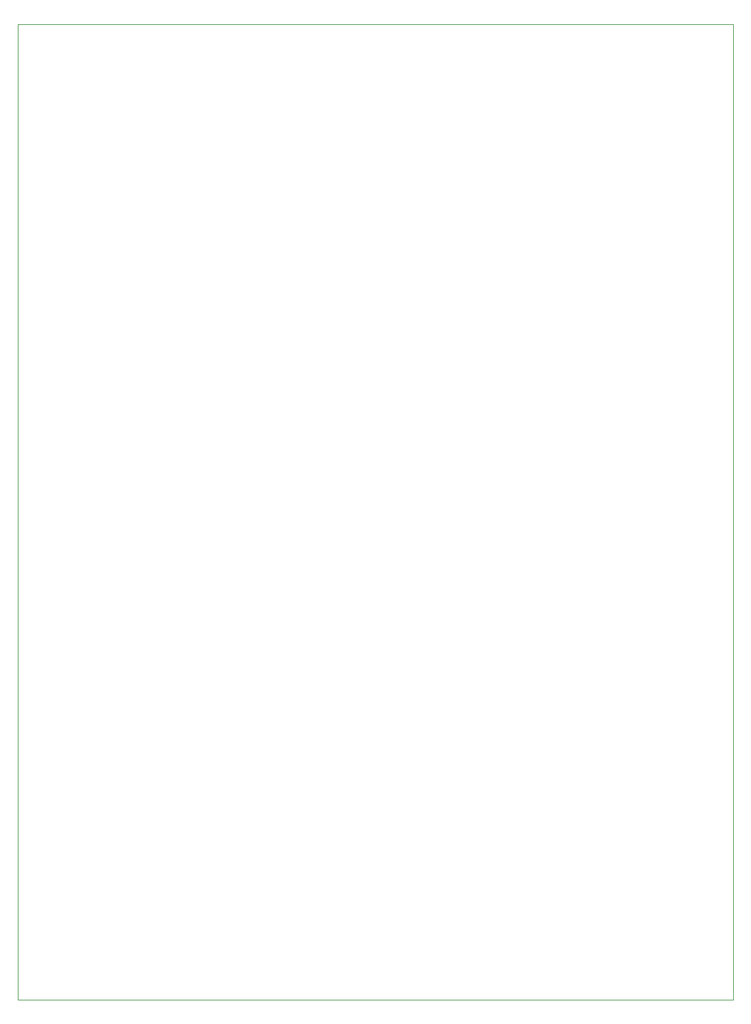
<source format=gbr>
%TF.GenerationSoftware,Altium Limited,Altium Designer,25.6.2 (33)*%
G04 Layer_Color=0*
%FSLAX45Y45*%
%MOMM*%
%TF.SameCoordinates,105D10E8-5C4D-4F19-AFCE-DBFBABB2216B*%
%TF.FilePolarity,Positive*%
%TF.FileFunction,Profile,NP*%
%TF.Part,Single*%
G01*
G75*
%TA.AperFunction,Profile*%
%ADD77C,0.02540*%
D77*
X0Y0D02*
Y12941299D01*
X9499600D01*
Y0D01*
X0D01*
%TF.MD5,c94459e1edee05c9c58a1011f2e467f5*%
M02*

</source>
